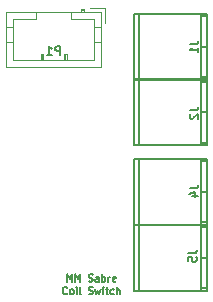
<source format=gbo>
G04 #@! TF.FileFunction,Legend,Bot*
%FSLAX46Y46*%
G04 Gerber Fmt 4.6, Leading zero omitted, Abs format (unit mm)*
G04 Created by KiCad (PCBNEW 4.0.4-1.fc24-product) date Thu Jun  7 15:39:17 2018*
%MOMM*%
%LPD*%
G01*
G04 APERTURE LIST*
%ADD10C,0.100000*%
%ADD11C,0.150000*%
%ADD12C,0.120000*%
G04 APERTURE END LIST*
D10*
D11*
X144057143Y-102446429D02*
X144057143Y-101846429D01*
X144257143Y-102275000D01*
X144457143Y-101846429D01*
X144457143Y-102446429D01*
X144742857Y-102446429D02*
X144742857Y-101846429D01*
X144942857Y-102275000D01*
X145142857Y-101846429D01*
X145142857Y-102446429D01*
X145857143Y-102417857D02*
X145942857Y-102446429D01*
X146085714Y-102446429D01*
X146142857Y-102417857D01*
X146171428Y-102389286D01*
X146200000Y-102332143D01*
X146200000Y-102275000D01*
X146171428Y-102217857D01*
X146142857Y-102189286D01*
X146085714Y-102160714D01*
X145971428Y-102132143D01*
X145914286Y-102103571D01*
X145885714Y-102075000D01*
X145857143Y-102017857D01*
X145857143Y-101960714D01*
X145885714Y-101903571D01*
X145914286Y-101875000D01*
X145971428Y-101846429D01*
X146114286Y-101846429D01*
X146200000Y-101875000D01*
X146714286Y-102446429D02*
X146714286Y-102132143D01*
X146685715Y-102075000D01*
X146628572Y-102046429D01*
X146514286Y-102046429D01*
X146457143Y-102075000D01*
X146714286Y-102417857D02*
X146657143Y-102446429D01*
X146514286Y-102446429D01*
X146457143Y-102417857D01*
X146428572Y-102360714D01*
X146428572Y-102303571D01*
X146457143Y-102246429D01*
X146514286Y-102217857D01*
X146657143Y-102217857D01*
X146714286Y-102189286D01*
X147000000Y-102446429D02*
X147000000Y-101846429D01*
X147000000Y-102075000D02*
X147057143Y-102046429D01*
X147171429Y-102046429D01*
X147228572Y-102075000D01*
X147257143Y-102103571D01*
X147285714Y-102160714D01*
X147285714Y-102332143D01*
X147257143Y-102389286D01*
X147228572Y-102417857D01*
X147171429Y-102446429D01*
X147057143Y-102446429D01*
X147000000Y-102417857D01*
X147542857Y-102446429D02*
X147542857Y-102046429D01*
X147542857Y-102160714D02*
X147571429Y-102103571D01*
X147600000Y-102075000D01*
X147657143Y-102046429D01*
X147714286Y-102046429D01*
X148142858Y-102417857D02*
X148085715Y-102446429D01*
X147971429Y-102446429D01*
X147914286Y-102417857D01*
X147885715Y-102360714D01*
X147885715Y-102132143D01*
X147914286Y-102075000D01*
X147971429Y-102046429D01*
X148085715Y-102046429D01*
X148142858Y-102075000D01*
X148171429Y-102132143D01*
X148171429Y-102189286D01*
X147885715Y-102246429D01*
X144042857Y-103439286D02*
X144014286Y-103467857D01*
X143928572Y-103496429D01*
X143871429Y-103496429D01*
X143785714Y-103467857D01*
X143728572Y-103410714D01*
X143700000Y-103353571D01*
X143671429Y-103239286D01*
X143671429Y-103153571D01*
X143700000Y-103039286D01*
X143728572Y-102982143D01*
X143785714Y-102925000D01*
X143871429Y-102896429D01*
X143928572Y-102896429D01*
X144014286Y-102925000D01*
X144042857Y-102953571D01*
X144385714Y-103496429D02*
X144328572Y-103467857D01*
X144300000Y-103439286D01*
X144271429Y-103382143D01*
X144271429Y-103210714D01*
X144300000Y-103153571D01*
X144328572Y-103125000D01*
X144385714Y-103096429D01*
X144471429Y-103096429D01*
X144528572Y-103125000D01*
X144557143Y-103153571D01*
X144585714Y-103210714D01*
X144585714Y-103382143D01*
X144557143Y-103439286D01*
X144528572Y-103467857D01*
X144471429Y-103496429D01*
X144385714Y-103496429D01*
X144842857Y-103496429D02*
X144842857Y-103096429D01*
X144842857Y-102896429D02*
X144814286Y-102925000D01*
X144842857Y-102953571D01*
X144871429Y-102925000D01*
X144842857Y-102896429D01*
X144842857Y-102953571D01*
X145214285Y-103496429D02*
X145157143Y-103467857D01*
X145128571Y-103410714D01*
X145128571Y-102896429D01*
X145871429Y-103467857D02*
X145957143Y-103496429D01*
X146100000Y-103496429D01*
X146157143Y-103467857D01*
X146185714Y-103439286D01*
X146214286Y-103382143D01*
X146214286Y-103325000D01*
X146185714Y-103267857D01*
X146157143Y-103239286D01*
X146100000Y-103210714D01*
X145985714Y-103182143D01*
X145928572Y-103153571D01*
X145900000Y-103125000D01*
X145871429Y-103067857D01*
X145871429Y-103010714D01*
X145900000Y-102953571D01*
X145928572Y-102925000D01*
X145985714Y-102896429D01*
X146128572Y-102896429D01*
X146214286Y-102925000D01*
X146414286Y-103096429D02*
X146528572Y-103496429D01*
X146642858Y-103210714D01*
X146757143Y-103496429D01*
X146871429Y-103096429D01*
X147100000Y-103496429D02*
X147100000Y-103096429D01*
X147100000Y-102896429D02*
X147071429Y-102925000D01*
X147100000Y-102953571D01*
X147128572Y-102925000D01*
X147100000Y-102896429D01*
X147100000Y-102953571D01*
X147300000Y-103096429D02*
X147528571Y-103096429D01*
X147385714Y-102896429D02*
X147385714Y-103410714D01*
X147414286Y-103467857D01*
X147471428Y-103496429D01*
X147528571Y-103496429D01*
X147985714Y-103467857D02*
X147928571Y-103496429D01*
X147814285Y-103496429D01*
X147757143Y-103467857D01*
X147728571Y-103439286D01*
X147700000Y-103382143D01*
X147700000Y-103210714D01*
X147728571Y-103153571D01*
X147757143Y-103125000D01*
X147814285Y-103096429D01*
X147928571Y-103096429D01*
X147985714Y-103125000D01*
X148242857Y-103496429D02*
X148242857Y-102896429D01*
X148500000Y-103496429D02*
X148500000Y-103182143D01*
X148471429Y-103125000D01*
X148414286Y-103096429D01*
X148328571Y-103096429D01*
X148271429Y-103125000D01*
X148242857Y-103153571D01*
X155400960Y-85369080D02*
X155400960Y-79770920D01*
X155898800Y-79969040D02*
X155400960Y-79969040D01*
X155400960Y-85170960D02*
X155898800Y-85170960D01*
X155898800Y-82570000D02*
X155400960Y-82570000D01*
X150099980Y-79770920D02*
X150099980Y-85369080D01*
X155898800Y-79770920D02*
X155898800Y-85369080D01*
X155898800Y-85369080D02*
X149701200Y-85369080D01*
X149701200Y-85369080D02*
X149701200Y-79770920D01*
X149701200Y-79770920D02*
X155898800Y-79770920D01*
X155400960Y-90929080D02*
X155400960Y-85330920D01*
X155898800Y-85529040D02*
X155400960Y-85529040D01*
X155400960Y-90730960D02*
X155898800Y-90730960D01*
X155898800Y-88130000D02*
X155400960Y-88130000D01*
X150099980Y-85330920D02*
X150099980Y-90929080D01*
X155898800Y-85330920D02*
X155898800Y-90929080D01*
X155898800Y-90929080D02*
X149701200Y-90929080D01*
X149701200Y-90929080D02*
X149701200Y-85330920D01*
X149701200Y-85330920D02*
X155898800Y-85330920D01*
X155400960Y-97629080D02*
X155400960Y-92030920D01*
X155898800Y-92229040D02*
X155400960Y-92229040D01*
X155400960Y-97430960D02*
X155898800Y-97430960D01*
X155898800Y-94830000D02*
X155400960Y-94830000D01*
X150099980Y-92030920D02*
X150099980Y-97629080D01*
X155898800Y-92030920D02*
X155898800Y-97629080D01*
X155898800Y-97629080D02*
X149701200Y-97629080D01*
X149701200Y-97629080D02*
X149701200Y-92030920D01*
X149701200Y-92030920D02*
X155898800Y-92030920D01*
X155400960Y-103229080D02*
X155400960Y-97630920D01*
X155898800Y-97829040D02*
X155400960Y-97829040D01*
X155400960Y-103030960D02*
X155898800Y-103030960D01*
X155898800Y-100430000D02*
X155400960Y-100430000D01*
X150099980Y-97630920D02*
X150099980Y-103229080D01*
X155898800Y-97630920D02*
X155898800Y-103229080D01*
X155898800Y-103229080D02*
X149701200Y-103229080D01*
X149701200Y-103229080D02*
X149701200Y-97630920D01*
X149701200Y-97630920D02*
X155898800Y-97630920D01*
D12*
X146950000Y-79600000D02*
X146950000Y-84300000D01*
X146950000Y-84300000D02*
X138850000Y-84300000D01*
X138850000Y-84300000D02*
X138850000Y-79600000D01*
X138850000Y-79600000D02*
X146950000Y-79600000D01*
X144400000Y-79600000D02*
X144400000Y-80200000D01*
X144400000Y-80200000D02*
X146350000Y-80200000D01*
X146350000Y-80200000D02*
X146350000Y-83700000D01*
X146350000Y-83700000D02*
X139450000Y-83700000D01*
X139450000Y-83700000D02*
X139450000Y-80200000D01*
X139450000Y-80200000D02*
X141400000Y-80200000D01*
X141400000Y-80200000D02*
X141400000Y-79600000D01*
X146950000Y-80900000D02*
X146350000Y-80900000D01*
X146950000Y-82200000D02*
X146350000Y-82200000D01*
X138850000Y-80900000D02*
X139450000Y-80900000D01*
X138850000Y-82200000D02*
X139450000Y-82200000D01*
X145200000Y-79600000D02*
X145200000Y-79400000D01*
X145200000Y-79400000D02*
X145500000Y-79400000D01*
X145500000Y-79400000D02*
X145500000Y-79600000D01*
X145200000Y-79500000D02*
X145500000Y-79500000D01*
X144000000Y-83700000D02*
X144000000Y-83200000D01*
X144000000Y-83200000D02*
X143800000Y-83200000D01*
X143800000Y-83200000D02*
X143800000Y-83700000D01*
X143900000Y-83700000D02*
X143900000Y-83200000D01*
X142000000Y-83700000D02*
X142000000Y-83200000D01*
X142000000Y-83200000D02*
X141800000Y-83200000D01*
X141800000Y-83200000D02*
X141800000Y-83700000D01*
X141900000Y-83700000D02*
X141900000Y-83200000D01*
X146000000Y-79300000D02*
X147250000Y-79300000D01*
X147250000Y-79300000D02*
X147250000Y-80550000D01*
D11*
X154416667Y-82336667D02*
X154916667Y-82336667D01*
X155016667Y-82303333D01*
X155083333Y-82236667D01*
X155116667Y-82136667D01*
X155116667Y-82070000D01*
X155116667Y-83036666D02*
X155116667Y-82636666D01*
X155116667Y-82836666D02*
X154416667Y-82836666D01*
X154516667Y-82770000D01*
X154583333Y-82703333D01*
X154616667Y-82636666D01*
X154416667Y-87966667D02*
X154916667Y-87966667D01*
X155016667Y-87933333D01*
X155083333Y-87866667D01*
X155116667Y-87766667D01*
X155116667Y-87700000D01*
X154483333Y-88266666D02*
X154450000Y-88300000D01*
X154416667Y-88366666D01*
X154416667Y-88533333D01*
X154450000Y-88600000D01*
X154483333Y-88633333D01*
X154550000Y-88666666D01*
X154616667Y-88666666D01*
X154716667Y-88633333D01*
X155116667Y-88233333D01*
X155116667Y-88666666D01*
X154416667Y-94566667D02*
X154916667Y-94566667D01*
X155016667Y-94533333D01*
X155083333Y-94466667D01*
X155116667Y-94366667D01*
X155116667Y-94300000D01*
X154650000Y-95200000D02*
X155116667Y-95200000D01*
X154383333Y-95033333D02*
X154883333Y-94866666D01*
X154883333Y-95300000D01*
X154316667Y-100066667D02*
X154816667Y-100066667D01*
X154916667Y-100033333D01*
X154983333Y-99966667D01*
X155016667Y-99866667D01*
X155016667Y-99800000D01*
X154316667Y-100733333D02*
X154316667Y-100400000D01*
X154650000Y-100366666D01*
X154616667Y-100400000D01*
X154583333Y-100466666D01*
X154583333Y-100633333D01*
X154616667Y-100700000D01*
X154650000Y-100733333D01*
X154716667Y-100766666D01*
X154883333Y-100766666D01*
X154950000Y-100733333D01*
X154983333Y-100700000D01*
X155016667Y-100633333D01*
X155016667Y-100466666D01*
X154983333Y-100400000D01*
X154950000Y-100366666D01*
X143416666Y-83241666D02*
X143416666Y-82541666D01*
X143150000Y-82541666D01*
X143083333Y-82574999D01*
X143050000Y-82608332D01*
X143016666Y-82674999D01*
X143016666Y-82774999D01*
X143050000Y-82841666D01*
X143083333Y-82874999D01*
X143150000Y-82908332D01*
X143416666Y-82908332D01*
X142350000Y-83241666D02*
X142750000Y-83241666D01*
X142550000Y-83241666D02*
X142550000Y-82541666D01*
X142616666Y-82641666D01*
X142683333Y-82708332D01*
X142750000Y-82741666D01*
M02*

</source>
